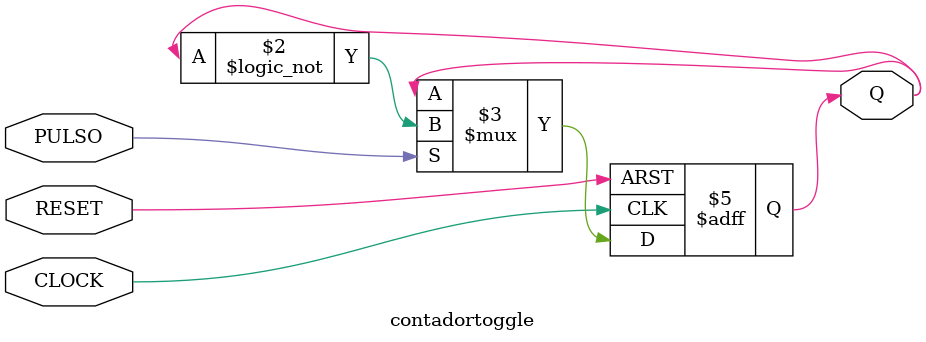
<source format=v>


module contadortoggle (
    output reg Q,    // Estado armazenado 
    input PULSO,     // Pulso de alternância
    input CLOCK,     // Clock do sistema
    input RESET      // Reset assíncrono
);

    // Alternância síncrona do estado
    always @(posedge CLOCK or posedge RESET) begin
        if (RESET)
            Q <= 1'b0;    
        else if (PULSO)
            Q <= !Q;      
    end

endmodule

</source>
